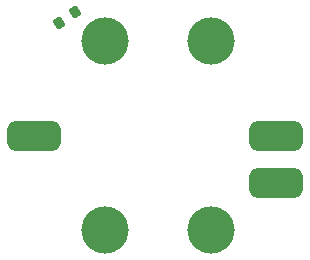
<source format=gbr>
%TF.GenerationSoftware,KiCad,Pcbnew,(6.0.4)*%
%TF.CreationDate,2022-05-31T22:59:13-07:00*%
%TF.ProjectId,VP_SPEAKER_ADAPTER,56505f53-5045-4414-9b45-525f41444150,rev?*%
%TF.SameCoordinates,Original*%
%TF.FileFunction,Paste,Top*%
%TF.FilePolarity,Positive*%
%FSLAX46Y46*%
G04 Gerber Fmt 4.6, Leading zero omitted, Abs format (unit mm)*
G04 Created by KiCad (PCBNEW (6.0.4)) date 2022-05-31 22:59:13*
%MOMM*%
%LPD*%
G01*
G04 APERTURE LIST*
G04 Aperture macros list*
%AMRoundRect*
0 Rectangle with rounded corners*
0 $1 Rounding radius*
0 $2 $3 $4 $5 $6 $7 $8 $9 X,Y pos of 4 corners*
0 Add a 4 corners polygon primitive as box body*
4,1,4,$2,$3,$4,$5,$6,$7,$8,$9,$2,$3,0*
0 Add four circle primitives for the rounded corners*
1,1,$1+$1,$2,$3*
1,1,$1+$1,$4,$5*
1,1,$1+$1,$6,$7*
1,1,$1+$1,$8,$9*
0 Add four rect primitives between the rounded corners*
20,1,$1+$1,$2,$3,$4,$5,0*
20,1,$1+$1,$4,$5,$6,$7,0*
20,1,$1+$1,$6,$7,$8,$9,0*
20,1,$1+$1,$8,$9,$2,$3,0*%
G04 Aperture macros list end*
%ADD10RoundRect,0.200000X-0.006097X-0.339982X0.321564X-0.110552X0.006097X0.339982X-0.321564X0.110552X0*%
%ADD11RoundRect,0.625000X1.625000X0.625000X-1.625000X0.625000X-1.625000X-0.625000X1.625000X-0.625000X0*%
%ADD12C,4.000000*%
G04 APERTURE END LIST*
D10*
%TO.C,R1*%
X161624200Y-90473201D03*
X162975800Y-89526799D03*
%TD*%
D11*
%TO.C,J11*%
X159500000Y-100000000D03*
%TD*%
D12*
%TO.C,J1*%
X174500000Y-108000000D03*
%TD*%
%TO.C,J4*%
X174500000Y-92000000D03*
%TD*%
%TO.C,J3*%
X165500000Y-92000000D03*
%TD*%
D11*
%TO.C,J5*%
X180000000Y-104000000D03*
X180000000Y-100000000D03*
%TD*%
D12*
%TO.C,J2*%
X165500000Y-108000000D03*
%TD*%
M02*

</source>
